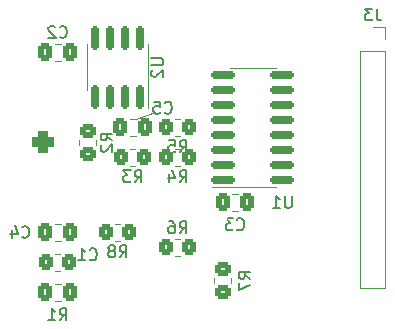
<source format=gbr>
%TF.GenerationSoftware,KiCad,Pcbnew,(6.0.6)*%
%TF.CreationDate,2022-08-05T15:31:58+01:00*%
%TF.ProjectId,c64 tape interface,63363420-7461-4706-9520-696e74657266,rev?*%
%TF.SameCoordinates,Original*%
%TF.FileFunction,Legend,Bot*%
%TF.FilePolarity,Positive*%
%FSLAX46Y46*%
G04 Gerber Fmt 4.6, Leading zero omitted, Abs format (unit mm)*
G04 Created by KiCad (PCBNEW (6.0.6)) date 2022-08-05 15:31:58*
%MOMM*%
%LPD*%
G01*
G04 APERTURE LIST*
G04 Aperture macros list*
%AMRoundRect*
0 Rectangle with rounded corners*
0 $1 Rounding radius*
0 $2 $3 $4 $5 $6 $7 $8 $9 X,Y pos of 4 corners*
0 Add a 4 corners polygon primitive as box body*
4,1,4,$2,$3,$4,$5,$6,$7,$8,$9,$2,$3,0*
0 Add four circle primitives for the rounded corners*
1,1,$1+$1,$2,$3*
1,1,$1+$1,$4,$5*
1,1,$1+$1,$6,$7*
1,1,$1+$1,$8,$9*
0 Add four rect primitives between the rounded corners*
20,1,$1+$1,$2,$3,$4,$5,0*
20,1,$1+$1,$4,$5,$6,$7,0*
20,1,$1+$1,$6,$7,$8,$9,0*
20,1,$1+$1,$8,$9,$2,$3,0*%
G04 Aperture macros list end*
%ADD10C,0.120000*%
%ADD11C,0.150000*%
%ADD12R,1.700000X1.700000*%
%ADD13O,1.700000X1.700000*%
%ADD14R,1.800000X1.800000*%
%ADD15C,1.800000*%
%ADD16RoundRect,0.450000X0.450000X0.450000X-0.450000X0.450000X-0.450000X-0.450000X0.450000X-0.450000X0*%
%ADD17RoundRect,0.250000X0.350000X0.450000X-0.350000X0.450000X-0.350000X-0.450000X0.350000X-0.450000X0*%
%ADD18RoundRect,0.250000X0.337500X0.475000X-0.337500X0.475000X-0.337500X-0.475000X0.337500X-0.475000X0*%
%ADD19RoundRect,0.250000X-0.450000X0.350000X-0.450000X-0.350000X0.450000X-0.350000X0.450000X0.350000X0*%
%ADD20RoundRect,0.150000X0.150000X-0.825000X0.150000X0.825000X-0.150000X0.825000X-0.150000X-0.825000X0*%
%ADD21RoundRect,0.250000X0.450000X-0.350000X0.450000X0.350000X-0.450000X0.350000X-0.450000X-0.350000X0*%
%ADD22RoundRect,0.250000X-0.350000X-0.450000X0.350000X-0.450000X0.350000X0.450000X-0.350000X0.450000X0*%
%ADD23R,1.350000X1.350000*%
%ADD24O,1.350000X1.350000*%
%ADD25RoundRect,0.150000X-0.825000X-0.150000X0.825000X-0.150000X0.825000X0.150000X-0.825000X0.150000X0*%
%ADD26RoundRect,0.250000X-0.337500X-0.475000X0.337500X-0.475000X0.337500X0.475000X-0.337500X0.475000X0*%
%ADD27C,0.800000*%
G04 APERTURE END LIST*
D10*
X122555000Y-50800000D02*
X120911252Y-51335000D01*
D11*
%TO.C,R6*%
X124626666Y-61032380D02*
X124960000Y-60556190D01*
X125198095Y-61032380D02*
X125198095Y-60032380D01*
X124817142Y-60032380D01*
X124721904Y-60080000D01*
X124674285Y-60127619D01*
X124626666Y-60222857D01*
X124626666Y-60365714D01*
X124674285Y-60460952D01*
X124721904Y-60508571D01*
X124817142Y-60556190D01*
X125198095Y-60556190D01*
X123769523Y-60032380D02*
X123960000Y-60032380D01*
X124055238Y-60080000D01*
X124102857Y-60127619D01*
X124198095Y-60270476D01*
X124245714Y-60460952D01*
X124245714Y-60841904D01*
X124198095Y-60937142D01*
X124150476Y-60984761D01*
X124055238Y-61032380D01*
X123864761Y-61032380D01*
X123769523Y-60984761D01*
X123721904Y-60937142D01*
X123674285Y-60841904D01*
X123674285Y-60603809D01*
X123721904Y-60508571D01*
X123769523Y-60460952D01*
X123864761Y-60413333D01*
X124055238Y-60413333D01*
X124150476Y-60460952D01*
X124198095Y-60508571D01*
X124245714Y-60603809D01*
%TO.C,C5*%
X123356666Y-50797142D02*
X123404285Y-50844761D01*
X123547142Y-50892380D01*
X123642380Y-50892380D01*
X123785238Y-50844761D01*
X123880476Y-50749523D01*
X123928095Y-50654285D01*
X123975714Y-50463809D01*
X123975714Y-50320952D01*
X123928095Y-50130476D01*
X123880476Y-50035238D01*
X123785238Y-49940000D01*
X123642380Y-49892380D01*
X123547142Y-49892380D01*
X123404285Y-49940000D01*
X123356666Y-49987619D01*
X122451904Y-49892380D02*
X122928095Y-49892380D01*
X122975714Y-50368571D01*
X122928095Y-50320952D01*
X122832857Y-50273333D01*
X122594761Y-50273333D01*
X122499523Y-50320952D01*
X122451904Y-50368571D01*
X122404285Y-50463809D01*
X122404285Y-50701904D01*
X122451904Y-50797142D01*
X122499523Y-50844761D01*
X122594761Y-50892380D01*
X122832857Y-50892380D01*
X122928095Y-50844761D01*
X122975714Y-50797142D01*
%TO.C,R7*%
X130627380Y-64873333D02*
X130151190Y-64540000D01*
X130627380Y-64301904D02*
X129627380Y-64301904D01*
X129627380Y-64682857D01*
X129675000Y-64778095D01*
X129722619Y-64825714D01*
X129817857Y-64873333D01*
X129960714Y-64873333D01*
X130055952Y-64825714D01*
X130103571Y-64778095D01*
X130151190Y-64682857D01*
X130151190Y-64301904D01*
X129627380Y-65206666D02*
X129627380Y-65873333D01*
X130627380Y-65444761D01*
%TO.C,U2*%
X122232380Y-46228095D02*
X123041904Y-46228095D01*
X123137142Y-46275714D01*
X123184761Y-46323333D01*
X123232380Y-46418571D01*
X123232380Y-46609047D01*
X123184761Y-46704285D01*
X123137142Y-46751904D01*
X123041904Y-46799523D01*
X122232380Y-46799523D01*
X122327619Y-47228095D02*
X122280000Y-47275714D01*
X122232380Y-47370952D01*
X122232380Y-47609047D01*
X122280000Y-47704285D01*
X122327619Y-47751904D01*
X122422857Y-47799523D01*
X122518095Y-47799523D01*
X122660952Y-47751904D01*
X123232380Y-47180476D01*
X123232380Y-47799523D01*
%TO.C,C3*%
X129474166Y-60682142D02*
X129521785Y-60729761D01*
X129664642Y-60777380D01*
X129759880Y-60777380D01*
X129902738Y-60729761D01*
X129997976Y-60634523D01*
X130045595Y-60539285D01*
X130093214Y-60348809D01*
X130093214Y-60205952D01*
X130045595Y-60015476D01*
X129997976Y-59920238D01*
X129902738Y-59825000D01*
X129759880Y-59777380D01*
X129664642Y-59777380D01*
X129521785Y-59825000D01*
X129474166Y-59872619D01*
X129140833Y-59777380D02*
X128521785Y-59777380D01*
X128855119Y-60158333D01*
X128712261Y-60158333D01*
X128617023Y-60205952D01*
X128569404Y-60253571D01*
X128521785Y-60348809D01*
X128521785Y-60586904D01*
X128569404Y-60682142D01*
X128617023Y-60729761D01*
X128712261Y-60777380D01*
X128997976Y-60777380D01*
X129093214Y-60729761D01*
X129140833Y-60682142D01*
%TO.C,R2*%
X118942380Y-53173333D02*
X118466190Y-52840000D01*
X118942380Y-52601904D02*
X117942380Y-52601904D01*
X117942380Y-52982857D01*
X117990000Y-53078095D01*
X118037619Y-53125714D01*
X118132857Y-53173333D01*
X118275714Y-53173333D01*
X118370952Y-53125714D01*
X118418571Y-53078095D01*
X118466190Y-52982857D01*
X118466190Y-52601904D01*
X118037619Y-53554285D02*
X117990000Y-53601904D01*
X117942380Y-53697142D01*
X117942380Y-53935238D01*
X117990000Y-54030476D01*
X118037619Y-54078095D01*
X118132857Y-54125714D01*
X118228095Y-54125714D01*
X118370952Y-54078095D01*
X118942380Y-53506666D01*
X118942380Y-54125714D01*
%TO.C,R8*%
X119546666Y-63062380D02*
X119880000Y-62586190D01*
X120118095Y-63062380D02*
X120118095Y-62062380D01*
X119737142Y-62062380D01*
X119641904Y-62110000D01*
X119594285Y-62157619D01*
X119546666Y-62252857D01*
X119546666Y-62395714D01*
X119594285Y-62490952D01*
X119641904Y-62538571D01*
X119737142Y-62586190D01*
X120118095Y-62586190D01*
X118975238Y-62490952D02*
X119070476Y-62443333D01*
X119118095Y-62395714D01*
X119165714Y-62300476D01*
X119165714Y-62252857D01*
X119118095Y-62157619D01*
X119070476Y-62110000D01*
X118975238Y-62062380D01*
X118784761Y-62062380D01*
X118689523Y-62110000D01*
X118641904Y-62157619D01*
X118594285Y-62252857D01*
X118594285Y-62300476D01*
X118641904Y-62395714D01*
X118689523Y-62443333D01*
X118784761Y-62490952D01*
X118975238Y-62490952D01*
X119070476Y-62538571D01*
X119118095Y-62586190D01*
X119165714Y-62681428D01*
X119165714Y-62871904D01*
X119118095Y-62967142D01*
X119070476Y-63014761D01*
X118975238Y-63062380D01*
X118784761Y-63062380D01*
X118689523Y-63014761D01*
X118641904Y-62967142D01*
X118594285Y-62871904D01*
X118594285Y-62681428D01*
X118641904Y-62586190D01*
X118689523Y-62538571D01*
X118784761Y-62490952D01*
%TO.C,C2*%
X114466666Y-44397142D02*
X114514285Y-44444761D01*
X114657142Y-44492380D01*
X114752380Y-44492380D01*
X114895238Y-44444761D01*
X114990476Y-44349523D01*
X115038095Y-44254285D01*
X115085714Y-44063809D01*
X115085714Y-43920952D01*
X115038095Y-43730476D01*
X114990476Y-43635238D01*
X114895238Y-43540000D01*
X114752380Y-43492380D01*
X114657142Y-43492380D01*
X114514285Y-43540000D01*
X114466666Y-43587619D01*
X114085714Y-43587619D02*
X114038095Y-43540000D01*
X113942857Y-43492380D01*
X113704761Y-43492380D01*
X113609523Y-43540000D01*
X113561904Y-43587619D01*
X113514285Y-43682857D01*
X113514285Y-43778095D01*
X113561904Y-43920952D01*
X114133333Y-44492380D01*
X113514285Y-44492380D01*
%TO.C,J3*%
X141303333Y-42002380D02*
X141303333Y-42716666D01*
X141350952Y-42859523D01*
X141446190Y-42954761D01*
X141589047Y-43002380D01*
X141684285Y-43002380D01*
X140922380Y-42002380D02*
X140303333Y-42002380D01*
X140636666Y-42383333D01*
X140493809Y-42383333D01*
X140398571Y-42430952D01*
X140350952Y-42478571D01*
X140303333Y-42573809D01*
X140303333Y-42811904D01*
X140350952Y-42907142D01*
X140398571Y-42954761D01*
X140493809Y-43002380D01*
X140779523Y-43002380D01*
X140874761Y-42954761D01*
X140922380Y-42907142D01*
%TO.C,R3*%
X120816666Y-56712380D02*
X121150000Y-56236190D01*
X121388095Y-56712380D02*
X121388095Y-55712380D01*
X121007142Y-55712380D01*
X120911904Y-55760000D01*
X120864285Y-55807619D01*
X120816666Y-55902857D01*
X120816666Y-56045714D01*
X120864285Y-56140952D01*
X120911904Y-56188571D01*
X121007142Y-56236190D01*
X121388095Y-56236190D01*
X120483333Y-55712380D02*
X119864285Y-55712380D01*
X120197619Y-56093333D01*
X120054761Y-56093333D01*
X119959523Y-56140952D01*
X119911904Y-56188571D01*
X119864285Y-56283809D01*
X119864285Y-56521904D01*
X119911904Y-56617142D01*
X119959523Y-56664761D01*
X120054761Y-56712380D01*
X120340476Y-56712380D01*
X120435714Y-56664761D01*
X120483333Y-56617142D01*
%TO.C,U1*%
X134111904Y-57872380D02*
X134111904Y-58681904D01*
X134064285Y-58777142D01*
X134016666Y-58824761D01*
X133921428Y-58872380D01*
X133730952Y-58872380D01*
X133635714Y-58824761D01*
X133588095Y-58777142D01*
X133540476Y-58681904D01*
X133540476Y-57872380D01*
X132540476Y-58872380D02*
X133111904Y-58872380D01*
X132826190Y-58872380D02*
X132826190Y-57872380D01*
X132921428Y-58015238D01*
X133016666Y-58110476D01*
X133111904Y-58158095D01*
%TO.C,R4*%
X124626666Y-56712380D02*
X124960000Y-56236190D01*
X125198095Y-56712380D02*
X125198095Y-55712380D01*
X124817142Y-55712380D01*
X124721904Y-55760000D01*
X124674285Y-55807619D01*
X124626666Y-55902857D01*
X124626666Y-56045714D01*
X124674285Y-56140952D01*
X124721904Y-56188571D01*
X124817142Y-56236190D01*
X125198095Y-56236190D01*
X123769523Y-56045714D02*
X123769523Y-56712380D01*
X124007619Y-55664761D02*
X124245714Y-56379047D01*
X123626666Y-56379047D01*
%TO.C,C1*%
X117006666Y-63222142D02*
X117054285Y-63269761D01*
X117197142Y-63317380D01*
X117292380Y-63317380D01*
X117435238Y-63269761D01*
X117530476Y-63174523D01*
X117578095Y-63079285D01*
X117625714Y-62888809D01*
X117625714Y-62745952D01*
X117578095Y-62555476D01*
X117530476Y-62460238D01*
X117435238Y-62365000D01*
X117292380Y-62317380D01*
X117197142Y-62317380D01*
X117054285Y-62365000D01*
X117006666Y-62412619D01*
X116054285Y-63317380D02*
X116625714Y-63317380D01*
X116340000Y-63317380D02*
X116340000Y-62317380D01*
X116435238Y-62460238D01*
X116530476Y-62555476D01*
X116625714Y-62603095D01*
%TO.C,R1*%
X114466666Y-68397380D02*
X114800000Y-67921190D01*
X115038095Y-68397380D02*
X115038095Y-67397380D01*
X114657142Y-67397380D01*
X114561904Y-67445000D01*
X114514285Y-67492619D01*
X114466666Y-67587857D01*
X114466666Y-67730714D01*
X114514285Y-67825952D01*
X114561904Y-67873571D01*
X114657142Y-67921190D01*
X115038095Y-67921190D01*
X113514285Y-68397380D02*
X114085714Y-68397380D01*
X113800000Y-68397380D02*
X113800000Y-67397380D01*
X113895238Y-67540238D01*
X113990476Y-67635476D01*
X114085714Y-67683095D01*
%TO.C,R5*%
X124626666Y-54172380D02*
X124960000Y-53696190D01*
X125198095Y-54172380D02*
X125198095Y-53172380D01*
X124817142Y-53172380D01*
X124721904Y-53220000D01*
X124674285Y-53267619D01*
X124626666Y-53362857D01*
X124626666Y-53505714D01*
X124674285Y-53600952D01*
X124721904Y-53648571D01*
X124817142Y-53696190D01*
X125198095Y-53696190D01*
X123721904Y-53172380D02*
X124198095Y-53172380D01*
X124245714Y-53648571D01*
X124198095Y-53600952D01*
X124102857Y-53553333D01*
X123864761Y-53553333D01*
X123769523Y-53600952D01*
X123721904Y-53648571D01*
X123674285Y-53743809D01*
X123674285Y-53981904D01*
X123721904Y-54077142D01*
X123769523Y-54124761D01*
X123864761Y-54172380D01*
X124102857Y-54172380D01*
X124198095Y-54124761D01*
X124245714Y-54077142D01*
%TO.C,C4*%
X111291666Y-61317142D02*
X111339285Y-61364761D01*
X111482142Y-61412380D01*
X111577380Y-61412380D01*
X111720238Y-61364761D01*
X111815476Y-61269523D01*
X111863095Y-61174285D01*
X111910714Y-60983809D01*
X111910714Y-60840952D01*
X111863095Y-60650476D01*
X111815476Y-60555238D01*
X111720238Y-60460000D01*
X111577380Y-60412380D01*
X111482142Y-60412380D01*
X111339285Y-60460000D01*
X111291666Y-60507619D01*
X110434523Y-60745714D02*
X110434523Y-61412380D01*
X110672619Y-60364761D02*
X110910714Y-61079047D01*
X110291666Y-61079047D01*
D10*
%TO.C,R6*%
X124687064Y-62965000D02*
X124232936Y-62965000D01*
X124687064Y-61495000D02*
X124232936Y-61495000D01*
%TO.C,C5*%
X120911252Y-52805000D02*
X120388748Y-52805000D01*
X120911252Y-51335000D02*
X120388748Y-51335000D01*
%TO.C,R7*%
X129005000Y-64812936D02*
X129005000Y-65267064D01*
X127535000Y-64812936D02*
X127535000Y-65267064D01*
%TO.C,U2*%
X116820000Y-46990000D02*
X116820000Y-48940000D01*
X121940000Y-46990000D02*
X121940000Y-50440000D01*
X116820000Y-46990000D02*
X116820000Y-45040000D01*
X121940000Y-46990000D02*
X121940000Y-45040000D01*
%TO.C,C3*%
X129568752Y-57685000D02*
X129046248Y-57685000D01*
X129568752Y-59155000D02*
X129046248Y-59155000D01*
%TO.C,R2*%
X116105000Y-53567064D02*
X116105000Y-53112936D01*
X117575000Y-53567064D02*
X117575000Y-53112936D01*
%TO.C,R8*%
X119152936Y-60225000D02*
X119607064Y-60225000D01*
X119152936Y-61695000D02*
X119607064Y-61695000D01*
%TO.C,C2*%
X114561252Y-46455000D02*
X114038748Y-46455000D01*
X114561252Y-44985000D02*
X114038748Y-44985000D01*
%TO.C,J3*%
X142030000Y-43550000D02*
X140970000Y-43550000D01*
X142030000Y-45610000D02*
X139910000Y-45610000D01*
X142030000Y-65670000D02*
X139910000Y-65670000D01*
X142030000Y-44610000D02*
X142030000Y-43550000D01*
X139910000Y-45610000D02*
X139910000Y-65670000D01*
X142030000Y-45610000D02*
X142030000Y-65670000D01*
%TO.C,R3*%
X120422936Y-55345000D02*
X120877064Y-55345000D01*
X120422936Y-53875000D02*
X120877064Y-53875000D01*
%TO.C,U1*%
X130810000Y-57130000D02*
X132760000Y-57130000D01*
X130810000Y-47010000D02*
X128860000Y-47010000D01*
X130810000Y-47010000D02*
X132760000Y-47010000D01*
X130810000Y-57130000D02*
X127360000Y-57130000D01*
%TO.C,R4*%
X124232936Y-53875000D02*
X124687064Y-53875000D01*
X124232936Y-55345000D02*
X124687064Y-55345000D01*
%TO.C,C1*%
X114561252Y-65305000D02*
X114038748Y-65305000D01*
X114561252Y-66775000D02*
X114038748Y-66775000D01*
%TO.C,R1*%
X114072936Y-62765000D02*
X114527064Y-62765000D01*
X114072936Y-64235000D02*
X114527064Y-64235000D01*
%TO.C,R5*%
X124232936Y-52805000D02*
X124687064Y-52805000D01*
X124232936Y-51335000D02*
X124687064Y-51335000D01*
%TO.C,C4*%
X114038748Y-61695000D02*
X114561252Y-61695000D01*
X114038748Y-60225000D02*
X114561252Y-60225000D01*
%TD*%
%LPC*%
D12*
%TO.C,JP1*%
X124460000Y-43180000D03*
D13*
X124460000Y-45720000D03*
X124460000Y-48260000D03*
%TD*%
D14*
%TO.C,D1*%
X125730000Y-64770000D03*
D15*
X123190000Y-64770000D03*
%TD*%
D12*
%TO.C,J1*%
X110490000Y-66040000D03*
D13*
X110490000Y-63500000D03*
%TD*%
D12*
%TO.C,J2*%
X110490000Y-45720000D03*
D13*
X110490000Y-48260000D03*
%TD*%
D16*
%TO.C,RV1*%
X113030000Y-53340000D03*
D15*
X113030000Y-55840000D03*
X113030000Y-58340000D03*
%TD*%
D14*
%TO.C,D2*%
X120650000Y-64770000D03*
D15*
X118110000Y-64770000D03*
%TD*%
D17*
%TO.C,R6*%
X125460000Y-62230000D03*
X123460000Y-62230000D03*
%TD*%
D18*
%TO.C,C5*%
X121687500Y-52070000D03*
X119612500Y-52070000D03*
%TD*%
D19*
%TO.C,R7*%
X128270000Y-64040000D03*
X128270000Y-66040000D03*
%TD*%
D20*
%TO.C,U2*%
X121285000Y-49465000D03*
X120015000Y-49465000D03*
X118745000Y-49465000D03*
X117475000Y-49465000D03*
X117475000Y-44515000D03*
X118745000Y-44515000D03*
X120015000Y-44515000D03*
X121285000Y-44515000D03*
%TD*%
D18*
%TO.C,C3*%
X130345000Y-58420000D03*
X128270000Y-58420000D03*
%TD*%
D21*
%TO.C,R2*%
X116840000Y-54340000D03*
X116840000Y-52340000D03*
%TD*%
D22*
%TO.C,R8*%
X118380000Y-60960000D03*
X120380000Y-60960000D03*
%TD*%
D18*
%TO.C,C2*%
X115337500Y-45720000D03*
X113262500Y-45720000D03*
%TD*%
D23*
%TO.C,J3*%
X140970000Y-44610000D03*
D24*
X140970000Y-46610000D03*
X140970000Y-48610000D03*
X140970000Y-50610000D03*
X140970000Y-52610000D03*
X140970000Y-54610000D03*
X140970000Y-56610000D03*
X140970000Y-58610000D03*
X140970000Y-60610000D03*
X140970000Y-62610000D03*
X140970000Y-64610000D03*
%TD*%
D22*
%TO.C,R3*%
X119650000Y-54610000D03*
X121650000Y-54610000D03*
%TD*%
D25*
%TO.C,U1*%
X128335000Y-56515000D03*
X128335000Y-55245000D03*
X128335000Y-53975000D03*
X128335000Y-52705000D03*
X128335000Y-51435000D03*
X128335000Y-50165000D03*
X128335000Y-48895000D03*
X128335000Y-47625000D03*
X133285000Y-47625000D03*
X133285000Y-48895000D03*
X133285000Y-50165000D03*
X133285000Y-51435000D03*
X133285000Y-52705000D03*
X133285000Y-53975000D03*
X133285000Y-55245000D03*
X133285000Y-56515000D03*
%TD*%
D22*
%TO.C,R4*%
X123460000Y-54610000D03*
X125460000Y-54610000D03*
%TD*%
D18*
%TO.C,C1*%
X115337500Y-66040000D03*
X113262500Y-66040000D03*
%TD*%
D22*
%TO.C,R1*%
X113300000Y-63500000D03*
X115300000Y-63500000D03*
%TD*%
%TO.C,R5*%
X123460000Y-52070000D03*
X125460000Y-52070000D03*
%TD*%
D26*
%TO.C,C4*%
X113262500Y-60960000D03*
X115337500Y-60960000D03*
%TD*%
D27*
X123190000Y-58420000D03*
X135255000Y-64135000D03*
X135165500Y-53975000D03*
X109855000Y-42545000D03*
X125909503Y-48260000D03*
X135890000Y-43180000D03*
X117475000Y-57785000D03*
X109855000Y-55880000D03*
X128270000Y-59690000D03*
X137160000Y-50800000D03*
X137121076Y-53301076D03*
X130810000Y-48260000D03*
X135851076Y-49568924D03*
X135890000Y-58420000D03*
M02*

</source>
